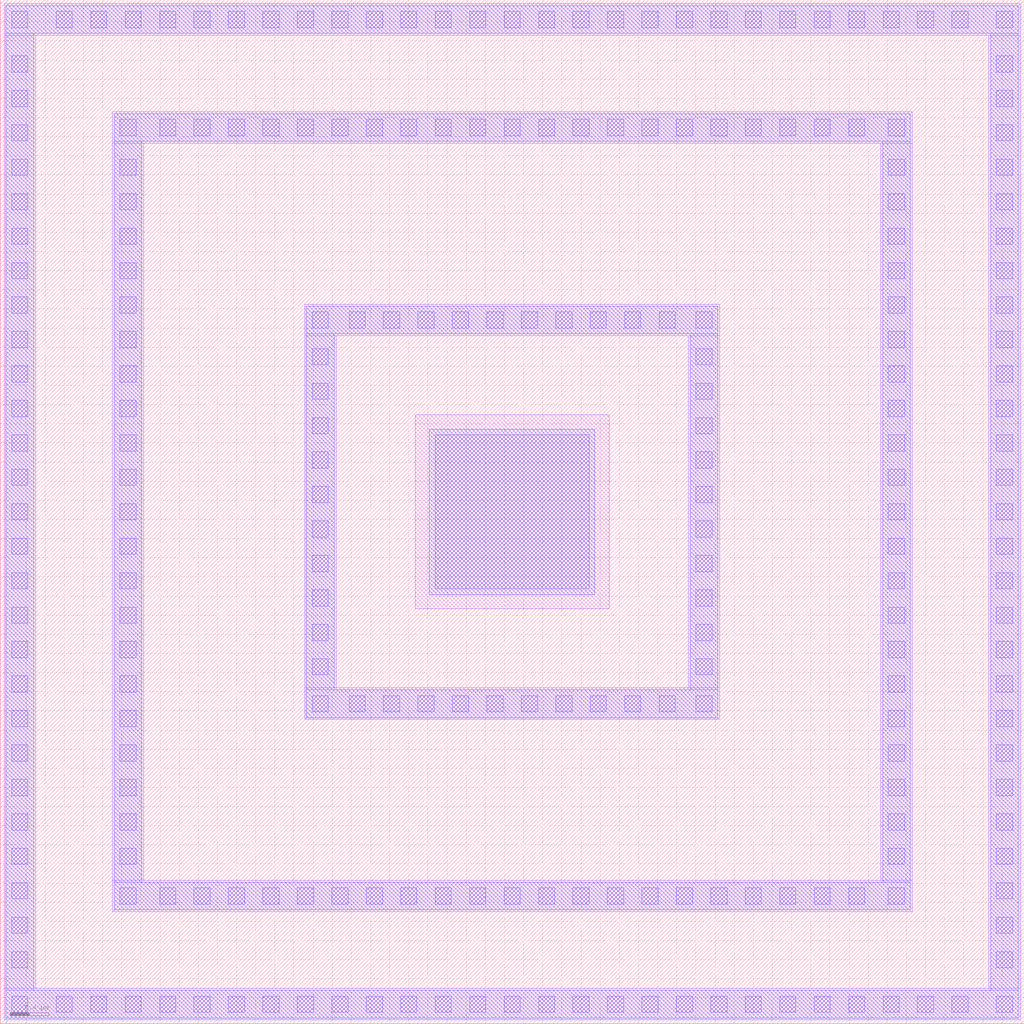
<source format=lef>
# Copyright 2020 The SkyWater PDK Authors
#
# Licensed under the Apache License, Version 2.0 (the "License");
# you may not use this file except in compliance with the License.
# You may obtain a copy of the License at
#
#     https://www.apache.org/licenses/LICENSE-2.0
#
# Unless required by applicable law or agreed to in writing, software
# distributed under the License is distributed on an "AS IS" BASIS,
# WITHOUT WARRANTIES OR CONDITIONS OF ANY KIND, either express or implied.
# See the License for the specific language governing permissions and
# limitations under the License.
#
# SPDX-License-Identifier: Apache-2.0

VERSION 5.7 ;
  NOWIREEXTENSIONATPIN ON ;
  DIVIDERCHAR "/" ;
  BUSBITCHARS "[]" ;
MACRO sky130_fd_pr__rf_npn_05v5_W2p00L2p00
  CLASS BLOCK ;
  FOREIGN sky130_fd_pr__rf_npn_05v5_W2p00L2p00 ;
  ORIGIN -0.130000 -0.130000 ;
  SIZE  10.70000 BY  10.70000 ;
  OBS
    LAYER li1 ;
      RECT  0.170000  0.170000 10.790000  0.500000 ;
      RECT  0.170000  0.500000  0.500000 10.460000 ;
      RECT  0.170000 10.460000 10.790000 10.790000 ;
      RECT  1.300000  1.300000  9.660000  1.630000 ;
      RECT  1.300000  1.630000  1.630000  9.330000 ;
      RECT  1.300000  9.330000  9.660000  9.660000 ;
      RECT  3.310000  3.310000  7.650000  3.640000 ;
      RECT  3.310000  3.640000  3.640000  7.320000 ;
      RECT  3.310000  7.320000  7.650000  7.650000 ;
      RECT  4.465000  4.465000  6.495000  6.495000 ;
      RECT  7.320000  3.640000  7.650000  7.320000 ;
      RECT  9.330000  1.630000  9.660000  9.330000 ;
      RECT 10.460000  0.500000 10.790000 10.460000 ;
    LAYER mcon ;
      RECT  0.250000  0.250000  0.420000  0.420000 ;
      RECT  0.250000  0.715000  0.420000  0.885000 ;
      RECT  0.250000  1.075000  0.420000  1.245000 ;
      RECT  0.250000  1.435000  0.420000  1.605000 ;
      RECT  0.250000  1.795000  0.420000  1.965000 ;
      RECT  0.250000  2.155000  0.420000  2.325000 ;
      RECT  0.250000  2.515000  0.420000  2.685000 ;
      RECT  0.250000  2.875000  0.420000  3.045000 ;
      RECT  0.250000  3.235000  0.420000  3.405000 ;
      RECT  0.250000  3.595000  0.420000  3.765000 ;
      RECT  0.250000  3.955000  0.420000  4.125000 ;
      RECT  0.250000  4.315000  0.420000  4.485000 ;
      RECT  0.250000  4.675000  0.420000  4.845000 ;
      RECT  0.250000  5.035000  0.420000  5.205000 ;
      RECT  0.250000  5.395000  0.420000  5.565000 ;
      RECT  0.250000  5.755000  0.420000  5.925000 ;
      RECT  0.250000  6.115000  0.420000  6.285000 ;
      RECT  0.250000  6.475000  0.420000  6.645000 ;
      RECT  0.250000  6.835000  0.420000  7.005000 ;
      RECT  0.250000  7.195000  0.420000  7.365000 ;
      RECT  0.250000  7.555000  0.420000  7.725000 ;
      RECT  0.250000  7.915000  0.420000  8.085000 ;
      RECT  0.250000  8.275000  0.420000  8.445000 ;
      RECT  0.250000  8.635000  0.420000  8.805000 ;
      RECT  0.250000  8.995000  0.420000  9.165000 ;
      RECT  0.250000  9.355000  0.420000  9.525000 ;
      RECT  0.250000  9.715000  0.420000  9.885000 ;
      RECT  0.250000 10.075000  0.420000 10.245000 ;
      RECT  0.250000 10.540000  0.420000 10.710000 ;
      RECT  0.715000  0.250000  0.885000  0.420000 ;
      RECT  0.715000 10.540000  0.885000 10.710000 ;
      RECT  1.075000  0.250000  1.245000  0.420000 ;
      RECT  1.075000 10.540000  1.245000 10.710000 ;
      RECT  1.380000  1.380000  1.550000  1.550000 ;
      RECT  1.380000  1.795000  1.550000  1.965000 ;
      RECT  1.380000  2.155000  1.550000  2.325000 ;
      RECT  1.380000  2.515000  1.550000  2.685000 ;
      RECT  1.380000  2.875000  1.550000  3.045000 ;
      RECT  1.380000  3.235000  1.550000  3.405000 ;
      RECT  1.380000  3.595000  1.550000  3.765000 ;
      RECT  1.380000  3.955000  1.550000  4.125000 ;
      RECT  1.380000  4.315000  1.550000  4.485000 ;
      RECT  1.380000  4.675000  1.550000  4.845000 ;
      RECT  1.380000  5.035000  1.550000  5.205000 ;
      RECT  1.380000  5.395000  1.550000  5.565000 ;
      RECT  1.380000  5.755000  1.550000  5.925000 ;
      RECT  1.380000  6.115000  1.550000  6.285000 ;
      RECT  1.380000  6.475000  1.550000  6.645000 ;
      RECT  1.380000  6.835000  1.550000  7.005000 ;
      RECT  1.380000  7.195000  1.550000  7.365000 ;
      RECT  1.380000  7.555000  1.550000  7.725000 ;
      RECT  1.380000  7.915000  1.550000  8.085000 ;
      RECT  1.380000  8.275000  1.550000  8.445000 ;
      RECT  1.380000  8.635000  1.550000  8.805000 ;
      RECT  1.380000  8.995000  1.550000  9.165000 ;
      RECT  1.380000  9.410000  1.550000  9.580000 ;
      RECT  1.435000  0.250000  1.605000  0.420000 ;
      RECT  1.435000 10.540000  1.605000 10.710000 ;
      RECT  1.795000  0.250000  1.965000  0.420000 ;
      RECT  1.795000  1.380000  1.965000  1.550000 ;
      RECT  1.795000  9.410000  1.965000  9.580000 ;
      RECT  1.795000 10.540000  1.965000 10.710000 ;
      RECT  2.155000  0.250000  2.325000  0.420000 ;
      RECT  2.155000  1.380000  2.325000  1.550000 ;
      RECT  2.155000  9.410000  2.325000  9.580000 ;
      RECT  2.155000 10.540000  2.325000 10.710000 ;
      RECT  2.515000  0.250000  2.685000  0.420000 ;
      RECT  2.515000  1.380000  2.685000  1.550000 ;
      RECT  2.515000  9.410000  2.685000  9.580000 ;
      RECT  2.515000 10.540000  2.685000 10.710000 ;
      RECT  2.875000  0.250000  3.045000  0.420000 ;
      RECT  2.875000  1.380000  3.045000  1.550000 ;
      RECT  2.875000  9.410000  3.045000  9.580000 ;
      RECT  2.875000 10.540000  3.045000 10.710000 ;
      RECT  3.235000  0.250000  3.405000  0.420000 ;
      RECT  3.235000  1.380000  3.405000  1.550000 ;
      RECT  3.235000  9.410000  3.405000  9.580000 ;
      RECT  3.235000 10.540000  3.405000 10.710000 ;
      RECT  3.390000  3.390000  3.560000  3.560000 ;
      RECT  3.390000  3.775000  3.560000  3.945000 ;
      RECT  3.390000  4.135000  3.560000  4.305000 ;
      RECT  3.390000  4.495000  3.560000  4.665000 ;
      RECT  3.390000  4.855000  3.560000  5.025000 ;
      RECT  3.390000  5.215000  3.560000  5.385000 ;
      RECT  3.390000  5.575000  3.560000  5.745000 ;
      RECT  3.390000  5.935000  3.560000  6.105000 ;
      RECT  3.390000  6.295000  3.560000  6.465000 ;
      RECT  3.390000  6.655000  3.560000  6.825000 ;
      RECT  3.390000  7.015000  3.560000  7.185000 ;
      RECT  3.390000  7.400000  3.560000  7.570000 ;
      RECT  3.595000  0.250000  3.765000  0.420000 ;
      RECT  3.595000  1.380000  3.765000  1.550000 ;
      RECT  3.595000  9.410000  3.765000  9.580000 ;
      RECT  3.595000 10.540000  3.765000 10.710000 ;
      RECT  3.775000  3.390000  3.945000  3.560000 ;
      RECT  3.775000  7.400000  3.945000  7.570000 ;
      RECT  3.955000  0.250000  4.125000  0.420000 ;
      RECT  3.955000  1.380000  4.125000  1.550000 ;
      RECT  3.955000  9.410000  4.125000  9.580000 ;
      RECT  3.955000 10.540000  4.125000 10.710000 ;
      RECT  4.135000  3.390000  4.305000  3.560000 ;
      RECT  4.135000  7.400000  4.305000  7.570000 ;
      RECT  4.315000  0.250000  4.485000  0.420000 ;
      RECT  4.315000  1.380000  4.485000  1.550000 ;
      RECT  4.315000  9.410000  4.485000  9.580000 ;
      RECT  4.315000 10.540000  4.485000 10.710000 ;
      RECT  4.495000  3.390000  4.665000  3.560000 ;
      RECT  4.495000  7.400000  4.665000  7.570000 ;
      RECT  4.675000  0.250000  4.845000  0.420000 ;
      RECT  4.675000  1.380000  4.845000  1.550000 ;
      RECT  4.675000  4.675000  6.285000  6.285000 ;
      RECT  4.675000  9.410000  4.845000  9.580000 ;
      RECT  4.675000 10.540000  4.845000 10.710000 ;
      RECT  4.855000  3.390000  5.025000  3.560000 ;
      RECT  4.855000  7.400000  5.025000  7.570000 ;
      RECT  5.035000  0.250000  5.205000  0.420000 ;
      RECT  5.035000  1.380000  5.205000  1.550000 ;
      RECT  5.035000  9.410000  5.205000  9.580000 ;
      RECT  5.035000 10.540000  5.205000 10.710000 ;
      RECT  5.215000  3.390000  5.385000  3.560000 ;
      RECT  5.215000  7.400000  5.385000  7.570000 ;
      RECT  5.395000  0.250000  5.565000  0.420000 ;
      RECT  5.395000  1.380000  5.565000  1.550000 ;
      RECT  5.395000  9.410000  5.565000  9.580000 ;
      RECT  5.395000 10.540000  5.565000 10.710000 ;
      RECT  5.575000  3.390000  5.745000  3.560000 ;
      RECT  5.575000  7.400000  5.745000  7.570000 ;
      RECT  5.755000  0.250000  5.925000  0.420000 ;
      RECT  5.755000  1.380000  5.925000  1.550000 ;
      RECT  5.755000  9.410000  5.925000  9.580000 ;
      RECT  5.755000 10.540000  5.925000 10.710000 ;
      RECT  5.935000  3.390000  6.105000  3.560000 ;
      RECT  5.935000  7.400000  6.105000  7.570000 ;
      RECT  6.115000  0.250000  6.285000  0.420000 ;
      RECT  6.115000  1.380000  6.285000  1.550000 ;
      RECT  6.115000  9.410000  6.285000  9.580000 ;
      RECT  6.115000 10.540000  6.285000 10.710000 ;
      RECT  6.295000  3.390000  6.465000  3.560000 ;
      RECT  6.295000  7.400000  6.465000  7.570000 ;
      RECT  6.475000  0.250000  6.645000  0.420000 ;
      RECT  6.475000  1.380000  6.645000  1.550000 ;
      RECT  6.475000  9.410000  6.645000  9.580000 ;
      RECT  6.475000 10.540000  6.645000 10.710000 ;
      RECT  6.655000  3.390000  6.825000  3.560000 ;
      RECT  6.655000  7.400000  6.825000  7.570000 ;
      RECT  6.835000  0.250000  7.005000  0.420000 ;
      RECT  6.835000  1.380000  7.005000  1.550000 ;
      RECT  6.835000  9.410000  7.005000  9.580000 ;
      RECT  6.835000 10.540000  7.005000 10.710000 ;
      RECT  7.015000  3.390000  7.185000  3.560000 ;
      RECT  7.015000  7.400000  7.185000  7.570000 ;
      RECT  7.195000  0.250000  7.365000  0.420000 ;
      RECT  7.195000  1.380000  7.365000  1.550000 ;
      RECT  7.195000  9.410000  7.365000  9.580000 ;
      RECT  7.195000 10.540000  7.365000 10.710000 ;
      RECT  7.400000  3.390000  7.570000  3.560000 ;
      RECT  7.400000  3.775000  7.570000  3.945000 ;
      RECT  7.400000  4.135000  7.570000  4.305000 ;
      RECT  7.400000  4.495000  7.570000  4.665000 ;
      RECT  7.400000  4.855000  7.570000  5.025000 ;
      RECT  7.400000  5.215000  7.570000  5.385000 ;
      RECT  7.400000  5.575000  7.570000  5.745000 ;
      RECT  7.400000  5.935000  7.570000  6.105000 ;
      RECT  7.400000  6.295000  7.570000  6.465000 ;
      RECT  7.400000  6.655000  7.570000  6.825000 ;
      RECT  7.400000  7.015000  7.570000  7.185000 ;
      RECT  7.400000  7.400000  7.570000  7.570000 ;
      RECT  7.555000  0.250000  7.725000  0.420000 ;
      RECT  7.555000  1.380000  7.725000  1.550000 ;
      RECT  7.555000  9.410000  7.725000  9.580000 ;
      RECT  7.555000 10.540000  7.725000 10.710000 ;
      RECT  7.915000  0.250000  8.085000  0.420000 ;
      RECT  7.915000  1.380000  8.085000  1.550000 ;
      RECT  7.915000  9.410000  8.085000  9.580000 ;
      RECT  7.915000 10.540000  8.085000 10.710000 ;
      RECT  8.275000  0.250000  8.445000  0.420000 ;
      RECT  8.275000  1.380000  8.445000  1.550000 ;
      RECT  8.275000  9.410000  8.445000  9.580000 ;
      RECT  8.275000 10.540000  8.445000 10.710000 ;
      RECT  8.635000  0.250000  8.805000  0.420000 ;
      RECT  8.635000  1.380000  8.805000  1.550000 ;
      RECT  8.635000  9.410000  8.805000  9.580000 ;
      RECT  8.635000 10.540000  8.805000 10.710000 ;
      RECT  8.995000  0.250000  9.165000  0.420000 ;
      RECT  8.995000  1.380000  9.165000  1.550000 ;
      RECT  8.995000  9.410000  9.165000  9.580000 ;
      RECT  8.995000 10.540000  9.165000 10.710000 ;
      RECT  9.355000  0.250000  9.525000  0.420000 ;
      RECT  9.355000 10.540000  9.525000 10.710000 ;
      RECT  9.410000  1.380000  9.580000  1.550000 ;
      RECT  9.410000  1.795000  9.580000  1.965000 ;
      RECT  9.410000  2.155000  9.580000  2.325000 ;
      RECT  9.410000  2.515000  9.580000  2.685000 ;
      RECT  9.410000  2.875000  9.580000  3.045000 ;
      RECT  9.410000  3.235000  9.580000  3.405000 ;
      RECT  9.410000  3.595000  9.580000  3.765000 ;
      RECT  9.410000  3.955000  9.580000  4.125000 ;
      RECT  9.410000  4.315000  9.580000  4.485000 ;
      RECT  9.410000  4.675000  9.580000  4.845000 ;
      RECT  9.410000  5.035000  9.580000  5.205000 ;
      RECT  9.410000  5.395000  9.580000  5.565000 ;
      RECT  9.410000  5.755000  9.580000  5.925000 ;
      RECT  9.410000  6.115000  9.580000  6.285000 ;
      RECT  9.410000  6.475000  9.580000  6.645000 ;
      RECT  9.410000  6.835000  9.580000  7.005000 ;
      RECT  9.410000  7.195000  9.580000  7.365000 ;
      RECT  9.410000  7.555000  9.580000  7.725000 ;
      RECT  9.410000  7.915000  9.580000  8.085000 ;
      RECT  9.410000  8.275000  9.580000  8.445000 ;
      RECT  9.410000  8.635000  9.580000  8.805000 ;
      RECT  9.410000  8.995000  9.580000  9.165000 ;
      RECT  9.410000  9.410000  9.580000  9.580000 ;
      RECT  9.715000  0.250000  9.885000  0.420000 ;
      RECT  9.715000 10.540000  9.885000 10.710000 ;
      RECT 10.075000  0.250000 10.245000  0.420000 ;
      RECT 10.075000 10.540000 10.245000 10.710000 ;
      RECT 10.540000  0.250000 10.710000  0.420000 ;
      RECT 10.540000  0.715000 10.710000  0.885000 ;
      RECT 10.540000  1.075000 10.710000  1.245000 ;
      RECT 10.540000  1.435000 10.710000  1.605000 ;
      RECT 10.540000  1.795000 10.710000  1.965000 ;
      RECT 10.540000  2.155000 10.710000  2.325000 ;
      RECT 10.540000  2.515000 10.710000  2.685000 ;
      RECT 10.540000  2.875000 10.710000  3.045000 ;
      RECT 10.540000  3.235000 10.710000  3.405000 ;
      RECT 10.540000  3.595000 10.710000  3.765000 ;
      RECT 10.540000  3.955000 10.710000  4.125000 ;
      RECT 10.540000  4.315000 10.710000  4.485000 ;
      RECT 10.540000  4.675000 10.710000  4.845000 ;
      RECT 10.540000  5.035000 10.710000  5.205000 ;
      RECT 10.540000  5.395000 10.710000  5.565000 ;
      RECT 10.540000  5.755000 10.710000  5.925000 ;
      RECT 10.540000  6.115000 10.710000  6.285000 ;
      RECT 10.540000  6.475000 10.710000  6.645000 ;
      RECT 10.540000  6.835000 10.710000  7.005000 ;
      RECT 10.540000  7.195000 10.710000  7.365000 ;
      RECT 10.540000  7.555000 10.710000  7.725000 ;
      RECT 10.540000  7.915000 10.710000  8.085000 ;
      RECT 10.540000  8.275000 10.710000  8.445000 ;
      RECT 10.540000  8.635000 10.710000  8.805000 ;
      RECT 10.540000  8.995000 10.710000  9.165000 ;
      RECT 10.540000  9.355000 10.710000  9.525000 ;
      RECT 10.540000  9.715000 10.710000  9.885000 ;
      RECT 10.540000 10.075000 10.710000 10.245000 ;
      RECT 10.540000 10.540000 10.710000 10.710000 ;
    LAYER met1 ;
      RECT  0.190000  0.190000 10.770000  0.480000 ;
      RECT  0.190000  0.480000  0.480000 10.480000 ;
      RECT  0.190000 10.480000 10.770000 10.770000 ;
      RECT  1.320000  1.320000  9.640000  1.610000 ;
      RECT  1.320000  1.610000  1.610000  9.350000 ;
      RECT  1.320000  9.350000  9.640000  9.640000 ;
      RECT  3.330000  3.330000  7.630000  3.620000 ;
      RECT  3.330000  3.620000  3.620000  7.340000 ;
      RECT  3.330000  7.340000  7.630000  7.630000 ;
      RECT  4.615000  4.615000  6.345000  6.345000 ;
      RECT  7.340000  3.620000  7.630000  7.340000 ;
      RECT  9.350000  1.610000  9.640000  9.350000 ;
      RECT 10.480000  0.480000 10.770000 10.480000 ;
  END
END sky130_fd_pr__rf_npn_05v5_W2p00L2p00
END LIBRARY

</source>
